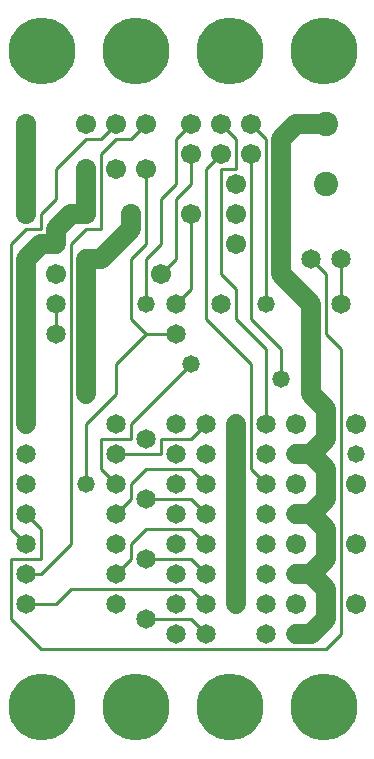
<source format=gtl>
%MOIN*%
%FSLAX25Y25*%
G04 D10 used for Character Trace; *
G04     Circle (OD=.01000) (No hole)*
G04 D11 used for Power Trace; *
G04     Circle (OD=.06700) (No hole)*
G04 D12 used for Signal Trace; *
G04     Circle (OD=.01100) (No hole)*
G04 D13 used for Via; *
G04     Circle (OD=.05800) (Round. Hole ID=.02800)*
G04 D14 used for Component hole; *
G04     Circle (OD=.06500) (Round. Hole ID=.03500)*
G04 D15 used for Component hole; *
G04     Circle (OD=.06700) (Round. Hole ID=.04300)*
G04 D16 used for Component hole; *
G04     Circle (OD=.08100) (Round. Hole ID=.05100)*
G04 D17 used for Component hole; *
G04     Circle (OD=.08900) (Round. Hole ID=.05900)*
G04 D18 used for Component hole; *
G04     Circle (OD=.11300) (Round. Hole ID=.08300)*
G04 D19 used for Component hole; *
G04     Circle (OD=.16000) (Round. Hole ID=.13000)*
G04 D20 used for Component hole; *
G04     Circle (OD=.18300) (Round. Hole ID=.15300)*
G04 D21 used for Component hole; *
G04     Circle (OD=.22291) (Round. Hole ID=.19291)*
%ADD10C,.01000*%
%ADD11C,.06700*%
%ADD12C,.01100*%
%ADD13C,.05800*%
%ADD14C,.06500*%
%ADD15C,.06700*%
%ADD16C,.08100*%
%ADD17C,.08900*%
%ADD18C,.11300*%
%ADD19C,.16000*%
%ADD20C,.18300*%
%ADD21C,.22291*%
%IPPOS*%
%LPD*%
G90*X0Y0D02*D21*X15625Y15625D03*D12*              
X15000Y35000D02*X110000D01*X115000Y40000D01*      
Y135000D01*X110000Y140000D01*Y160000D01*          
X105000Y165000D01*D14*D03*X115000D03*D12*         
Y150000D01*D14*D03*D11*X105000Y120000D02*         
Y150000D01*X110000Y115000D02*X105000Y120000D01*   
X110000Y110000D02*Y115000D01*D15*Y110000D03*D11*  
Y105000D01*X105000Y100000D01*X110000Y95000D01*    
Y90000D01*D15*D03*D11*Y85000D01*X105000Y80000D01* 
X110000Y75000D01*Y70000D01*D15*D03*D11*Y65000D01* 
X105000Y60000D01*X110000Y55000D01*Y50000D01*D15*  
D03*D11*Y45000D01*X105000Y40000D01*X100000D01*D14*
D03*X90000Y50000D03*D15*X100000D03*D14*           
X90000Y40000D03*X80000Y50000D03*D11*Y70000D01*D14*
D03*D11*Y90000D01*D14*D03*D11*Y110000D01*D14*D03* 
X90000Y100000D03*X70000D03*X90000Y110000D03*D12*  
Y135000D01*X80000Y145000D01*Y155000D01*           
X75000Y160000D01*Y195000D01*X80000D01*Y205000D01* 
X75000Y210000D01*D15*D03*X85000Y200000D03*D12*    
Y145000D01*X95000Y135000D01*Y125000D01*D13*D03*   
D12*X85000Y95000D02*Y130000D01*X90000Y90000D02*   
X85000Y95000D01*D14*X90000Y90000D03*              
X100000Y80000D03*D11*X105000D01*D15*              
X100000Y70000D03*Y90000D03*X120000Y70000D03*D14*  
X90000Y80000D03*D15*X120000Y90000D03*D14*         
X90000Y70000D03*D13*X120000Y100000D03*D14*        
X90000Y60000D03*X100000D03*D11*X105000D01*D15*    
X120000Y50000D03*D14*X70000Y90000D03*D12*         
X65000Y95000D01*X50000D01*X45000Y90000D01*        
Y85000D01*X40000Y80000D01*D14*D03*D13*            
X30000Y90000D03*D12*Y110000D01*X40000Y120000D01*  
Y130000D01*X50000Y140000D01*X60000D01*D14*D03*D13*
X50000Y150000D03*D12*Y165000D01*X55000Y170000D01* 
Y185000D01*X60000Y190000D01*Y205000D01*           
X65000Y210000D01*D15*D03*X75000Y200000D03*D12*    
X70000Y195000D01*Y145000D01*X85000Y130000D01*D11* 
X105000Y150000D02*X95000Y160000D01*Y205000D01*    
X100000Y210000D01*X110000D01*D16*D03*Y190000D03*  
D12*X90000Y150000D02*Y205000D01*D13*Y150000D03*   
D14*X75000D03*D15*X80000Y170000D03*D12*           
X60000Y150000D02*X65000Y155000D01*D14*            
X60000Y150000D03*D12*X65000Y155000D02*Y180000D01* 
D15*D03*D12*X60000Y165000D02*Y185000D01*          
X55000Y160000D02*X60000Y165000D01*D15*            
X55000Y160000D03*D12*X45000Y145000D02*Y165000D01* 
X50000Y140000D02*X45000Y145000D01*D13*            
X65000Y130000D03*D12*X45000Y110000D01*Y105000D01* 
X35000D01*Y95000D01*X40000Y90000D01*D14*D03*      
X50000Y85000D03*D12*X65000D01*X70000Y80000D01*D14*
D03*D12*Y70000D02*X65000Y75000D01*D14*            
X70000Y70000D03*D12*X50000Y75000D02*X65000D01*    
X45000Y70000D02*X50000Y75000D01*X45000Y65000D02*  
Y70000D01*X40000Y60000D02*X45000Y65000D01*D14*    
X40000Y60000D03*Y70000D03*Y50000D03*              
X50000Y65000D03*D12*X65000D01*X70000Y60000D01*D14*
D03*D12*Y50000D02*X65000Y55000D01*D14*            
X70000Y50000D03*D12*X25000Y55000D02*X65000D01*    
X20000Y50000D02*X25000Y55000D01*X10000Y50000D02*  
X20000D01*D14*X10000D03*D12*X15000Y35000D02*      
X5000Y45000D01*Y65000D01*X15000D01*Y75000D01*     
X10000Y80000D01*D14*D03*D12*Y70000D02*            
X5000Y75000D01*D14*X10000Y70000D03*D12*           
X5000Y75000D02*Y170000D01*X10000Y175000D01*       
X15000D01*Y180000D01*X20000Y185000D01*Y195000D01* 
X30000Y205000D01*X35000D01*X40000Y210000D01*D15*  
D03*D12*Y205000D02*X45000D01*X35000Y200000D02*    
X40000Y205000D01*X35000Y175000D02*Y200000D01*     
X30000Y175000D02*X35000D01*X25000Y170000D02*      
X30000Y175000D01*X25000Y70000D02*Y170000D01*      
X15000Y60000D02*X25000Y70000D01*X10000Y60000D02*  
X15000D01*D14*X10000D03*Y90000D03*                
X40000Y100000D03*D12*X55000D01*Y105000D01*        
X65000D01*X70000Y110000D01*D14*D03*               
X60000Y100000D03*Y110000D03*Y90000D03*            
X50000Y105000D03*X100000Y100000D03*D11*X105000D01*
D15*X100000Y110000D03*X120000D03*D14*             
X60000Y80000D03*Y70000D03*Y60000D03*Y50000D03*    
X50000Y45000D03*D12*X65000D01*X70000Y40000D01*D14*
D03*X60000D03*D21*X46875Y15625D03*X78125D03*      
X109375D03*D14*X10000Y100000D03*X40000Y110000D03* 
X10000D03*D11*Y120000D01*D14*D03*D11*Y165000D01*  
X15000Y170000D01*X20000D01*Y175000D01*            
X25000Y180000D01*X30000D01*D15*D03*D11*Y195000D01*
D15*D03*X40000D03*X45000Y180000D03*D11*Y175000D01*
X35000Y165000D01*X30000D01*D13*D03*D11*Y120000D01*
D14*D03*X20000Y140000D03*D12*Y150000D01*D14*D03*  
D15*Y160000D03*D12*X45000Y165000D02*              
X50000Y170000D01*Y195000D01*D15*D03*D12*          
X60000Y185000D02*X65000Y190000D01*Y200000D01*D15* 
D03*X80000Y190000D03*X50000Y210000D03*D12*        
X45000Y205000D01*D15*X30000Y210000D03*D21*        
X15625Y234375D03*X46875D03*D15*X80000Y180000D03*  
X10000Y210000D03*D11*Y195000D01*D15*D03*D11*      
Y180000D01*D15*D03*D21*X78125Y234375D03*D15*      
X85000Y210000D03*D12*X90000Y205000D01*D21*        
X109375Y234375D03*M02*                            

</source>
